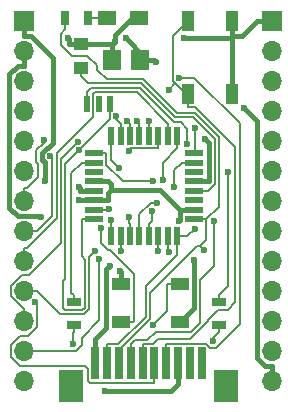
<source format=gbr>
G04 #@! TF.FileFunction,Copper,L1,Top,Signal*
%FSLAX46Y46*%
G04 Gerber Fmt 4.6, Leading zero omitted, Abs format (unit mm)*
G04 Created by KiCad (PCBNEW 4.0.7) date Sun Jul  8 16:00:50 2018*
%MOMM*%
%LPD*%
G01*
G04 APERTURE LIST*
%ADD10C,0.100000*%
%ADD11R,1.550000X1.800000*%
%ADD12R,1.250000X1.000000*%
%ADD13R,1.300000X0.700000*%
%ADD14R,0.700000X1.300000*%
%ADD15R,1.700000X1.700000*%
%ADD16O,1.700000X1.700000*%
%ADD17R,1.600000X0.550000*%
%ADD18R,0.550000X1.600000*%
%ADD19R,0.500000X1.400000*%
%ADD20R,0.700000X2.700000*%
%ADD21R,2.100000X2.800000*%
%ADD22R,1.500000X1.300000*%
%ADD23R,1.600000X1.000000*%
%ADD24R,1.100000X1.800000*%
%ADD25C,0.600000*%
%ADD26C,0.400000*%
%ADD27C,0.200000*%
G04 APERTURE END LIST*
D10*
D11*
X97441000Y-76962000D03*
X95091000Y-76962000D03*
D12*
X92456000Y-77581000D03*
X92456000Y-75581000D03*
D13*
X91821000Y-99375000D03*
X91821000Y-97475000D03*
D14*
X93025000Y-73406000D03*
X91125000Y-73406000D03*
D13*
X104140000Y-99375000D03*
X104140000Y-97475000D03*
D15*
X108585000Y-73660000D03*
D16*
X108585000Y-76200000D03*
X108585000Y-78740000D03*
X108585000Y-81280000D03*
X108585000Y-83820000D03*
X108585000Y-86360000D03*
X108585000Y-88900000D03*
X108585000Y-91440000D03*
X108585000Y-93980000D03*
X108585000Y-96520000D03*
X108585000Y-99060000D03*
X108585000Y-101600000D03*
X108585000Y-104140000D03*
D15*
X87630000Y-73660000D03*
D16*
X87630000Y-76200000D03*
X87630000Y-78740000D03*
X87630000Y-81280000D03*
X87630000Y-83820000D03*
X87630000Y-86360000D03*
X87630000Y-88900000D03*
X87630000Y-91440000D03*
X87630000Y-93980000D03*
X87630000Y-96520000D03*
X87630000Y-99060000D03*
X87630000Y-101600000D03*
X87630000Y-104140000D03*
D17*
X93540000Y-84830000D03*
X93540000Y-85630000D03*
X93540000Y-86430000D03*
X93540000Y-87230000D03*
X93540000Y-88030000D03*
X93540000Y-88830000D03*
X93540000Y-89630000D03*
X93540000Y-90430000D03*
D18*
X94990000Y-91880000D03*
X95790000Y-91880000D03*
X96590000Y-91880000D03*
X97390000Y-91880000D03*
X98190000Y-91880000D03*
X98990000Y-91880000D03*
X99790000Y-91880000D03*
X100590000Y-91880000D03*
D17*
X102040000Y-90430000D03*
X102040000Y-89630000D03*
X102040000Y-88830000D03*
X102040000Y-88030000D03*
X102040000Y-87230000D03*
X102040000Y-86430000D03*
X102040000Y-85630000D03*
X102040000Y-84830000D03*
D18*
X100590000Y-83380000D03*
X99790000Y-83380000D03*
X98990000Y-83380000D03*
X98190000Y-83380000D03*
X97390000Y-83380000D03*
X96590000Y-83380000D03*
X95790000Y-83380000D03*
X94990000Y-83380000D03*
D19*
X92964000Y-80645000D03*
X93980000Y-80645000D03*
X94869000Y-80645000D03*
D20*
X93656000Y-102616000D03*
X94656000Y-102616000D03*
X95656000Y-102616000D03*
X96656000Y-102616000D03*
X97656000Y-102616000D03*
X98656000Y-102616000D03*
X99656000Y-102616000D03*
X100656000Y-102616000D03*
X101656000Y-102616000D03*
X102656000Y-102616000D03*
D21*
X91556000Y-104516000D03*
X104746000Y-104506000D03*
D22*
X97362000Y-73406000D03*
X94662000Y-73406000D03*
D23*
X95798000Y-95936000D03*
X95798000Y-99136000D03*
X100798000Y-95936000D03*
X100798000Y-99136000D03*
D24*
X101528000Y-79808000D03*
X101528000Y-73608000D03*
X105228000Y-79808000D03*
X105228000Y-73608000D03*
D25*
X98773600Y-77139900D03*
X106235800Y-81018800D03*
X96236000Y-75105900D03*
X91326900Y-75100400D03*
X92226500Y-87687900D03*
X102916400Y-83646000D03*
X95753600Y-94838500D03*
X95321500Y-75431300D03*
X94469900Y-104962700D03*
X101174900Y-75083700D03*
X89017100Y-90219400D03*
X92229100Y-88785700D03*
X100734400Y-90559400D03*
X101998300Y-93850200D03*
X94866400Y-94379600D03*
X89364300Y-87222000D03*
X101453900Y-84093700D03*
X94796300Y-89568900D03*
X92238600Y-84606000D03*
X94990000Y-90463200D03*
X95790000Y-93151300D03*
X96515800Y-90207100D03*
X98874400Y-89024700D03*
X98426200Y-89745900D03*
X98990000Y-93135700D03*
X103660800Y-90611000D03*
X99892200Y-93159600D03*
X102070100Y-91233900D03*
X102844500Y-93012700D03*
X97219600Y-82114500D03*
X99876600Y-79457500D03*
X88573100Y-97456400D03*
X96368900Y-82115400D03*
X95422200Y-81696400D03*
X100759600Y-78471300D03*
X98545900Y-99405000D03*
X98190000Y-82128700D03*
X89292200Y-83688500D03*
X96483600Y-84637700D03*
X89830200Y-85089200D03*
X99361700Y-87101900D03*
X93649800Y-93094000D03*
X102047900Y-82706900D03*
X92191400Y-83847000D03*
X100323100Y-87697200D03*
X93994800Y-93818800D03*
X94098600Y-91164000D03*
X95649000Y-86090100D03*
X91756500Y-101013400D03*
X103596600Y-100737800D03*
X98523700Y-87223400D03*
X104921600Y-86410800D03*
D26*
X98028700Y-76962000D02*
X98001900Y-76962000D01*
X98028700Y-76962000D02*
X98616300Y-76962000D01*
X108585000Y-104140000D02*
X108585000Y-102889700D01*
X107334700Y-82117700D02*
X106235800Y-81018800D01*
X107334700Y-102186500D02*
X107334700Y-82117700D01*
X108037900Y-102889700D02*
X107334700Y-102186500D01*
X108585000Y-102889700D02*
X108037900Y-102889700D01*
X98773600Y-77119300D02*
X98773600Y-77139900D01*
X98616300Y-76962000D02*
X98773600Y-77119300D01*
X97441000Y-76962000D02*
X97721500Y-76962000D01*
X97721500Y-76962000D02*
X98001900Y-76962000D01*
X97721500Y-76591400D02*
X96236000Y-75105900D01*
X97721500Y-76962000D02*
X97721500Y-76591400D01*
X95321500Y-75431300D02*
X95321500Y-74858500D01*
X95321500Y-74858500D02*
X96774000Y-73406000D01*
X96774000Y-73406000D02*
X97362000Y-73406000D01*
X95091000Y-76962000D02*
X95091000Y-75661700D01*
X92456000Y-75581000D02*
X91430700Y-75581000D01*
X92456000Y-75581000D02*
X93481300Y-75581000D01*
X105228000Y-79808000D02*
X105228000Y-78507700D01*
X92339700Y-87801100D02*
X92226500Y-87687900D01*
X92339700Y-88030000D02*
X92339700Y-87801100D01*
X93540000Y-88030000D02*
X92339700Y-88030000D01*
X95010300Y-75581000D02*
X95091000Y-75661700D01*
X93481300Y-75581000D02*
X95010300Y-75581000D01*
X102040000Y-87230000D02*
X103240300Y-87230000D01*
X95798000Y-94882900D02*
X95753600Y-94838500D01*
X95798000Y-95936000D02*
X95798000Y-94882900D01*
X91430700Y-75204200D02*
X91326900Y-75100400D01*
X91430700Y-75581000D02*
X91430700Y-75204200D01*
X95321400Y-75431300D02*
X95091000Y-75661700D01*
X95321500Y-75431300D02*
X95321400Y-75431300D01*
X100059600Y-104962700D02*
X100656000Y-104366300D01*
X94469900Y-104962700D02*
X100059600Y-104962700D01*
X100656000Y-102616000D02*
X100656000Y-104366300D01*
X103240300Y-83969900D02*
X103240300Y-87230000D01*
X102916400Y-83646000D02*
X103240300Y-83969900D01*
X106086400Y-74908300D02*
X107334700Y-73660000D01*
X105228000Y-74908300D02*
X106086400Y-74908300D01*
X105228000Y-73608000D02*
X105228000Y-74908300D01*
X108585000Y-73660000D02*
X107334700Y-73660000D01*
X105228000Y-75083700D02*
X105228000Y-74908300D01*
X101174900Y-75083700D02*
X105228000Y-75083700D01*
X105228000Y-75083700D02*
X105228000Y-78507700D01*
D27*
X92456000Y-77581000D02*
X92456000Y-78331300D01*
X103208000Y-88030000D02*
X102040000Y-88030000D01*
X103787200Y-87450800D02*
X103208000Y-88030000D01*
X103787200Y-83667600D02*
X103787200Y-87450800D01*
X101907600Y-81788000D02*
X103787200Y-83667600D01*
X100408000Y-81788000D02*
X101907600Y-81788000D01*
X97549400Y-78929400D02*
X100408000Y-81788000D01*
X93054100Y-78929400D02*
X97549400Y-78929400D01*
X92456000Y-78331300D02*
X93054100Y-78929400D01*
D26*
X88987300Y-90189600D02*
X89017100Y-90219400D01*
X87101200Y-90189600D02*
X88987300Y-90189600D01*
X86362300Y-89450700D02*
X87101200Y-90189600D01*
X86362300Y-78171000D02*
X86362300Y-89450700D01*
X87083000Y-77450300D02*
X86362300Y-78171000D01*
X87630000Y-77450300D02*
X87083000Y-77450300D01*
X87630000Y-76200000D02*
X87630000Y-77450300D01*
X92273400Y-88830000D02*
X92229100Y-88785700D01*
X93540000Y-88830000D02*
X92273400Y-88830000D01*
X102040000Y-89630000D02*
X100839700Y-89630000D01*
X93540000Y-88830000D02*
X94740300Y-88830000D01*
X101998300Y-97935700D02*
X101998300Y-93850200D01*
X100798000Y-99136000D02*
X101998300Y-97935700D01*
X100839700Y-90454100D02*
X100734400Y-90559400D01*
X100839700Y-89630000D02*
X100839700Y-90454100D01*
X93540000Y-87230000D02*
X94740300Y-87230000D01*
X93656000Y-100567600D02*
X93656000Y-102616000D01*
X94589100Y-99634500D02*
X93656000Y-100567600D01*
X94589100Y-94656900D02*
X94589100Y-99634500D01*
X94866400Y-94379600D02*
X94589100Y-94656900D01*
X87630000Y-73660000D02*
X87630000Y-74910300D01*
X89364300Y-85613600D02*
X89364300Y-87222000D01*
X89129900Y-85379200D02*
X89364300Y-85613600D01*
X89129900Y-84799200D02*
X89129900Y-85379200D01*
X89540200Y-84388900D02*
X89129900Y-84799200D01*
X89627800Y-84388900D02*
X89540200Y-84388900D01*
X90028200Y-83988500D02*
X89627800Y-84388900D01*
X90028200Y-76761500D02*
X90028200Y-83988500D01*
X88177000Y-74910300D02*
X90028200Y-76761500D01*
X87630000Y-74910300D02*
X88177000Y-74910300D01*
X94740300Y-88168600D02*
X94985200Y-87923700D01*
X94740300Y-88830000D02*
X94740300Y-88168600D01*
X94985200Y-87474900D02*
X94985200Y-87923700D01*
X94740300Y-87230000D02*
X94985200Y-87474900D01*
X99133400Y-87923700D02*
X100839700Y-89630000D01*
X94985200Y-87923700D02*
X99133400Y-87923700D01*
D27*
X92964000Y-80645000D02*
X92964000Y-79694700D01*
X94651400Y-89568900D02*
X94590300Y-89630000D01*
X94796300Y-89568900D02*
X94651400Y-89568900D01*
X93540000Y-89630000D02*
X94590300Y-89630000D01*
X101453900Y-82754800D02*
X101453900Y-84093700D01*
X100877700Y-82178600D02*
X101453900Y-82754800D01*
X100303200Y-82178600D02*
X100877700Y-82178600D01*
X97469000Y-79344400D02*
X100303200Y-82178600D01*
X93314300Y-79344400D02*
X97469000Y-79344400D01*
X92964000Y-79694700D02*
X93314300Y-79344400D01*
X94869000Y-80645000D02*
X94869000Y-81595300D01*
X94869000Y-81975600D02*
X92238600Y-84606000D01*
X94869000Y-81595300D02*
X94869000Y-81975600D01*
X92489700Y-93576800D02*
X92489700Y-90430000D01*
X92755600Y-93842700D02*
X92489700Y-93576800D01*
X92755600Y-97913600D02*
X92755600Y-93842700D01*
X92558200Y-98111000D02*
X92755600Y-97913600D01*
X91070300Y-98111000D02*
X92558200Y-98111000D01*
X90898600Y-97939300D02*
X91070300Y-98111000D01*
X90898600Y-95643500D02*
X90898600Y-97939300D01*
X91081200Y-95460900D02*
X90898600Y-95643500D01*
X91081200Y-85763400D02*
X91081200Y-95460900D01*
X92238600Y-84606000D02*
X91081200Y-85763400D01*
X93540000Y-90430000D02*
X92489700Y-90430000D01*
X93025000Y-73406000D02*
X94662000Y-73406000D01*
X94990000Y-91880000D02*
X94990000Y-90463200D01*
X95790000Y-91880000D02*
X95790000Y-92930300D01*
X95790000Y-92930300D02*
X95790000Y-93151300D01*
X96590000Y-91880000D02*
X96590000Y-90829700D01*
X96515800Y-90755500D02*
X96515800Y-90207100D01*
X96590000Y-90829700D02*
X96515800Y-90755500D01*
X98357900Y-89024700D02*
X98874400Y-89024700D01*
X97390000Y-89992600D02*
X98357900Y-89024700D01*
X97390000Y-91880000D02*
X97390000Y-89992600D01*
X98190000Y-91880000D02*
X98190000Y-90829700D01*
X98426200Y-90593500D02*
X98426200Y-89745900D01*
X98190000Y-90829700D02*
X98426200Y-90593500D01*
X98990000Y-91880000D02*
X98990000Y-92930300D01*
X98990000Y-92930300D02*
X98990000Y-93135700D01*
X96656000Y-102616000D02*
X96656000Y-101015700D01*
X99790000Y-91880000D02*
X99790000Y-92930300D01*
X99892200Y-93032500D02*
X99790000Y-92930300D01*
X99892200Y-93159600D02*
X99892200Y-93032500D01*
X97006300Y-100665400D02*
X96656000Y-101015700D01*
X98063900Y-100665400D02*
X97006300Y-100665400D01*
X98784100Y-99945200D02*
X98063900Y-100665400D01*
X101744200Y-99945200D02*
X98784100Y-99945200D01*
X102498700Y-99190700D02*
X101744200Y-99945200D01*
X102498700Y-95585800D02*
X102498700Y-99190700D01*
X103660800Y-94423700D02*
X102498700Y-95585800D01*
X103660800Y-90611000D02*
X103660800Y-94423700D01*
X101424000Y-91880000D02*
X102070100Y-91233900D01*
X100590000Y-91880000D02*
X101424000Y-91880000D01*
X94656000Y-102616000D02*
X94656000Y-101015700D01*
X100590000Y-91880000D02*
X100590000Y-92930300D01*
X100590000Y-93438500D02*
X100590000Y-92930300D01*
X97922500Y-96106000D02*
X100590000Y-93438500D01*
X97922500Y-98676700D02*
X97922500Y-96106000D01*
X95583500Y-101015700D02*
X97922500Y-98676700D01*
X94656000Y-101015700D02*
X95583500Y-101015700D01*
X102251100Y-92688500D02*
X102520300Y-92688500D01*
X98296700Y-96642900D02*
X102251100Y-92688500D01*
X98296700Y-98876000D02*
X98296700Y-96642900D01*
X95656000Y-101516700D02*
X98296700Y-98876000D01*
X95656000Y-102616000D02*
X95656000Y-101516700D01*
X102520300Y-92688500D02*
X102844500Y-93012700D01*
X102040000Y-90430000D02*
X103063500Y-90430000D01*
X103063500Y-92145300D02*
X103063500Y-90430000D01*
X102520300Y-92688500D02*
X103063500Y-92145300D01*
X91125000Y-73406000D02*
X91125000Y-74306300D01*
X104137600Y-89355900D02*
X103063500Y-90430000D01*
X104137600Y-83484400D02*
X104137600Y-89355900D01*
X102086900Y-81433700D02*
X104137600Y-83484400D01*
X100549100Y-81433700D02*
X102086900Y-81433700D01*
X97694400Y-78579000D02*
X100549100Y-81433700D01*
X94605500Y-78579000D02*
X97694400Y-78579000D01*
X93791000Y-77764500D02*
X94605500Y-78579000D01*
X93791000Y-77402400D02*
X93791000Y-77764500D01*
X92971300Y-76582700D02*
X93791000Y-77402400D01*
X91664700Y-76582700D02*
X92971300Y-76582700D01*
X90714700Y-75632700D02*
X91664700Y-76582700D01*
X90714700Y-74716600D02*
X90714700Y-75632700D01*
X91125000Y-74306300D02*
X90714700Y-74716600D01*
X97390000Y-83380000D02*
X97390000Y-82329700D01*
X102128200Y-80958300D02*
X101528000Y-80958300D01*
X105510700Y-84340800D02*
X102128200Y-80958300D01*
X105510700Y-97473500D02*
X105510700Y-84340800D01*
X104895900Y-98088300D02*
X105510700Y-97473500D01*
X104065200Y-98088300D02*
X104895900Y-98088300D01*
X103199400Y-98954100D02*
X104065200Y-98088300D01*
X103199400Y-99038700D02*
X103199400Y-98954100D01*
X101648300Y-100589800D02*
X103199400Y-99038700D01*
X98935400Y-100589800D02*
X101648300Y-100589800D01*
X98509500Y-101015700D02*
X98935400Y-100589800D01*
X97656000Y-101015700D02*
X98509500Y-101015700D01*
X97656000Y-102616000D02*
X97656000Y-101015700D01*
X97390000Y-82284900D02*
X97219600Y-82114500D01*
X97390000Y-82329700D02*
X97390000Y-82284900D01*
X101528000Y-79808000D02*
X101528000Y-80958300D01*
X100416000Y-78918100D02*
X99876600Y-79457500D01*
X100202000Y-78704100D02*
X100416000Y-78918100D01*
X100202000Y-74934000D02*
X100202000Y-78704100D01*
X101528000Y-73608000D02*
X100202000Y-74934000D01*
X101305900Y-79808000D02*
X101528000Y-79808000D01*
X100416000Y-78918100D02*
X101305900Y-79808000D01*
X88740500Y-97623800D02*
X88573100Y-97456400D01*
X88740500Y-99516400D02*
X88740500Y-97623800D01*
X87926900Y-100330000D02*
X88740500Y-99516400D01*
X87269100Y-100330000D02*
X87926900Y-100330000D01*
X86529600Y-101069500D02*
X87269100Y-100330000D01*
X86529600Y-102086400D02*
X86529600Y-101069500D01*
X87280300Y-102837100D02*
X86529600Y-102086400D01*
X92743200Y-102837100D02*
X87280300Y-102837100D01*
X93005600Y-103099500D02*
X92743200Y-102837100D01*
X93005600Y-104113100D02*
X93005600Y-103099500D01*
X93158800Y-104266300D02*
X93005600Y-104113100D01*
X98606000Y-104266300D02*
X93158800Y-104266300D01*
X98656000Y-104216300D02*
X98606000Y-104266300D01*
X98656000Y-102616000D02*
X98656000Y-104216300D01*
X96583200Y-82329700D02*
X96368900Y-82115400D01*
X96590000Y-82329700D02*
X96583200Y-82329700D01*
X96590000Y-83380000D02*
X96590000Y-82329700D01*
X95790000Y-83380000D02*
X95790000Y-82329700D01*
X95422200Y-81961900D02*
X95422200Y-81696400D01*
X95790000Y-82329700D02*
X95422200Y-81961900D01*
X99656000Y-102616000D02*
X99656000Y-101015700D01*
X102015800Y-78471300D02*
X100759600Y-78471300D01*
X105861100Y-82316600D02*
X102015800Y-78471300D01*
X105861100Y-99259900D02*
X105861100Y-82316600D01*
X103832900Y-101288100D02*
X105861100Y-99259900D01*
X103368700Y-101288100D02*
X103832900Y-101288100D01*
X103046300Y-100965700D02*
X103368700Y-101288100D01*
X99706000Y-100965700D02*
X103046300Y-100965700D01*
X99656000Y-101015700D02*
X99706000Y-100965700D01*
X100798000Y-95936000D02*
X99747700Y-95936000D01*
X99747700Y-98203200D02*
X98545900Y-99405000D01*
X99747700Y-95936000D02*
X99747700Y-98203200D01*
X87630000Y-88900000D02*
X87630000Y-87799700D01*
X98190000Y-83380000D02*
X98190000Y-82329700D01*
X98190000Y-82329700D02*
X98190000Y-82128700D01*
X87858000Y-87799700D02*
X87630000Y-87799700D01*
X88804800Y-86852900D02*
X87858000Y-87799700D01*
X88804800Y-85761600D02*
X88804800Y-86852900D01*
X88629600Y-85586400D02*
X88804800Y-85761600D01*
X88629600Y-84592000D02*
X88629600Y-85586400D01*
X89292200Y-83929400D02*
X88629600Y-84592000D01*
X89292200Y-83688500D02*
X89292200Y-83929400D01*
X87630000Y-91440000D02*
X88730300Y-91440000D01*
X98990000Y-83380000D02*
X98990000Y-84430300D01*
X96691000Y-84430300D02*
X96483600Y-84637700D01*
X98990000Y-84430300D02*
X96691000Y-84430300D01*
X90005400Y-85264400D02*
X89830200Y-85089200D01*
X90005400Y-90164900D02*
X90005400Y-85264400D01*
X88730300Y-91440000D02*
X90005400Y-90164900D01*
X99790000Y-83380000D02*
X99790000Y-82329700D01*
X87630000Y-93980000D02*
X87630000Y-92879700D01*
X97155000Y-79694700D02*
X99790000Y-82329700D01*
X93626300Y-79694700D02*
X97155000Y-79694700D01*
X93479600Y-79841400D02*
X93626300Y-79694700D01*
X93479600Y-81754200D02*
X93479600Y-79841400D01*
X90380600Y-84853200D02*
X93479600Y-81754200D01*
X90380600Y-90357100D02*
X90380600Y-84853200D01*
X87858000Y-92879700D02*
X90380600Y-90357100D01*
X87630000Y-92879700D02*
X87858000Y-92879700D01*
X87630000Y-96520000D02*
X88730300Y-96520000D01*
X100590000Y-83380000D02*
X100590000Y-84430300D01*
X93105900Y-93637900D02*
X93649800Y-93094000D01*
X93105900Y-98058700D02*
X93105900Y-93637900D01*
X92703300Y-98461300D02*
X93105900Y-98058700D01*
X90671600Y-98461300D02*
X92703300Y-98461300D01*
X88730300Y-96520000D02*
X90671600Y-98461300D01*
X99361700Y-85658600D02*
X99361700Y-87101900D01*
X100590000Y-84430300D02*
X99361700Y-85658600D01*
X87630000Y-99060000D02*
X87630000Y-97959700D01*
X87492500Y-97959700D02*
X87630000Y-97959700D01*
X86488600Y-96955800D02*
X87492500Y-97959700D01*
X86488600Y-96103100D02*
X86488600Y-96955800D01*
X87403400Y-95188300D02*
X86488600Y-96103100D01*
X87998400Y-95188300D02*
X87403400Y-95188300D01*
X90730900Y-92455800D02*
X87998400Y-95188300D01*
X90730900Y-85307500D02*
X90730900Y-92455800D01*
X92191400Y-83847000D02*
X90730900Y-85307500D01*
X102047900Y-84822100D02*
X102047900Y-82706900D01*
X102040000Y-84830000D02*
X102047900Y-84822100D01*
X87630000Y-101600000D02*
X88730300Y-101600000D01*
X92008600Y-101600000D02*
X88730300Y-101600000D01*
X92539100Y-101069500D02*
X92008600Y-101600000D01*
X92539100Y-100441900D02*
X92539100Y-101069500D01*
X93994800Y-98986200D02*
X92539100Y-100441900D01*
X93994800Y-93818800D02*
X93994800Y-98986200D01*
X102040000Y-85630000D02*
X100989700Y-85630000D01*
X100323100Y-86296600D02*
X100323100Y-87697200D01*
X100989700Y-85630000D02*
X100323100Y-86296600D01*
X95798000Y-99136000D02*
X96848300Y-99136000D01*
X94098600Y-92425400D02*
X94098600Y-91164000D01*
X94731700Y-93058500D02*
X94098600Y-92425400D01*
X94883800Y-93058500D02*
X94731700Y-93058500D01*
X96901300Y-95076000D02*
X94883800Y-93058500D01*
X96901300Y-99083000D02*
X96901300Y-95076000D01*
X96848300Y-99136000D02*
X96901300Y-99083000D01*
X94990000Y-85431100D02*
X94990000Y-83380000D01*
X95649000Y-86090100D02*
X94990000Y-85431100D01*
X91756500Y-100039800D02*
X91756500Y-101013400D01*
X91821000Y-99975300D02*
X91756500Y-100039800D01*
X91821000Y-99375000D02*
X91821000Y-99975300D01*
X103596600Y-100518700D02*
X103596600Y-100737800D01*
X104140000Y-99975300D02*
X103596600Y-100518700D01*
X104140000Y-99375000D02*
X104140000Y-99975300D01*
X91608500Y-96662200D02*
X91821000Y-96874700D01*
X91608500Y-86511200D02*
X91608500Y-96662200D01*
X92489700Y-85630000D02*
X91608500Y-86511200D01*
X93540000Y-85630000D02*
X92489700Y-85630000D01*
X91821000Y-97475000D02*
X91821000Y-96874700D01*
X104140000Y-97475000D02*
X104140000Y-96874700D01*
X93540000Y-84830000D02*
X94590300Y-84830000D01*
X104921600Y-96093100D02*
X104921600Y-86410800D01*
X104140000Y-96874700D02*
X104921600Y-96093100D01*
X95983600Y-87223400D02*
X98523700Y-87223400D01*
X94590300Y-85830100D02*
X95983600Y-87223400D01*
X94590300Y-84830000D02*
X94590300Y-85830100D01*
M02*

</source>
